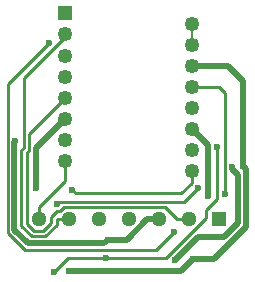
<source format=gbr>
%TF.GenerationSoftware,KiCad,Pcbnew,8.0.7*%
%TF.CreationDate,2025-02-24T15:42:19+09:00*%
%TF.ProjectId,pmw3610_breakout,706d7733-3631-4305-9f62-7265616b6f75,rev?*%
%TF.SameCoordinates,Original*%
%TF.FileFunction,Copper,L1,Top*%
%TF.FilePolarity,Positive*%
%FSLAX46Y46*%
G04 Gerber Fmt 4.6, Leading zero omitted, Abs format (unit mm)*
G04 Created by KiCad (PCBNEW 8.0.7) date 2025-02-24 15:42:19*
%MOMM*%
%LPD*%
G01*
G04 APERTURE LIST*
G04 Aperture macros list*
%AMRoundRect*
0 Rectangle with rounded corners*
0 $1 Rounding radius*
0 $2 $3 $4 $5 $6 $7 $8 $9 X,Y pos of 4 corners*
0 Add a 4 corners polygon primitive as box body*
4,1,4,$2,$3,$4,$5,$6,$7,$8,$9,$2,$3,0*
0 Add four circle primitives for the rounded corners*
1,1,$1+$1,$2,$3*
1,1,$1+$1,$4,$5*
1,1,$1+$1,$6,$7*
1,1,$1+$1,$8,$9*
0 Add four rect primitives between the rounded corners*
20,1,$1+$1,$2,$3,$4,$5,0*
20,1,$1+$1,$4,$5,$6,$7,0*
20,1,$1+$1,$6,$7,$8,$9,0*
20,1,$1+$1,$8,$9,$2,$3,0*%
G04 Aperture macros list end*
%TA.AperFunction,ComponentPad*%
%ADD10RoundRect,0.187500X-0.437500X0.437500X-0.437500X-0.437500X0.437500X-0.437500X0.437500X0.437500X0*%
%TD*%
%TA.AperFunction,ComponentPad*%
%ADD11O,1.250000X1.250000*%
%TD*%
%TA.AperFunction,ComponentPad*%
%ADD12R,1.300000X1.300000*%
%TD*%
%TA.AperFunction,ComponentPad*%
%ADD13O,1.300000X1.300000*%
%TD*%
%TA.AperFunction,ViaPad*%
%ADD14C,0.600000*%
%TD*%
%TA.AperFunction,Conductor*%
%ADD15C,0.500000*%
%TD*%
%TA.AperFunction,Conductor*%
%ADD16C,0.250000*%
%TD*%
%TA.AperFunction,Conductor*%
%ADD17C,0.200000*%
%TD*%
G04 APERTURE END LIST*
D10*
%TO.P,U2,1,+VCSEL*%
%TO.N,Net-(U2-+VCSEL)*%
X130650000Y-81100000D03*
D11*
%TO.P,U2,2,SDIO*%
%TO.N,SDIO*%
X130650000Y-82880000D03*
%TO.P,U2,3,SCLK*%
%TO.N,SCLK*%
X130650000Y-84660000D03*
%TO.P,U2,4,NC*%
%TO.N,unconnected-(U2-NC-Pad4)*%
X130650000Y-86440000D03*
%TO.P,U2,5,NCS*%
%TO.N,NCS*%
X130650000Y-88220000D03*
%TO.P,U2,6,VDDIO*%
%TO.N,VCC*%
X130650000Y-90000000D03*
%TO.P,U2,7,NRESET*%
%TO.N,Net-(U2-NRESET)*%
X130650000Y-91780000D03*
%TO.P,U2,8,MOTION*%
%TO.N,MOTION*%
X130650000Y-93560000D03*
%TO.P,U2,9,VCP*%
%TO.N,Net-(U2-VCP)*%
X141350000Y-94450000D03*
%TO.P,U2,10,PASS_T*%
%TO.N,Net-(U2-+VCSEL)*%
X141350000Y-92670000D03*
%TO.P,U2,11,GND*%
%TO.N,GND*%
X141350000Y-90890000D03*
%TO.P,U2,12,CP*%
%TO.N,Net-(U2-CP)*%
X141350000Y-89110000D03*
%TO.P,U2,13,CN*%
%TO.N,Net-(U2-CN)*%
X141350000Y-87330000D03*
%TO.P,U2,14,VDD*%
%TO.N,+1V9*%
X141350000Y-85550000D03*
%TO.P,U2,15,XYLASER*%
%TO.N,Net-(U2--VCSEL)*%
X141350000Y-83770000D03*
%TO.P,U2,16,-VCSEL*%
X141350000Y-81990000D03*
%TD*%
D12*
%TO.P,J1,1,Pin_1*%
%TO.N,SCLK*%
X143620000Y-98500000D03*
D13*
%TO.P,J1,2,Pin_2*%
%TO.N,NCS*%
X141080000Y-98500000D03*
%TO.P,J1,3,Pin_3*%
%TO.N,GND*%
X138540000Y-98500000D03*
%TO.P,J1,4,Pin_4*%
%TO.N,VCC*%
X136000000Y-98500000D03*
%TO.P,J1,5,Pin_5*%
%TO.N,N/C*%
X133460000Y-98500000D03*
%TO.P,J1,6,Pin_6*%
%TO.N,SDIO*%
X130920000Y-98500000D03*
%TO.P,J1,7,Pin_6*%
%TO.N,MOTION*%
X128380000Y-98500000D03*
%TD*%
D14*
%TO.N,VCC*%
X139897300Y-102005500D03*
X143571500Y-99996600D03*
X144786300Y-94126600D03*
X128165200Y-95839900D03*
%TO.N,GND*%
X134225700Y-100246100D03*
X126416900Y-91894700D03*
X142725100Y-96595900D03*
%TO.N,+1V9*%
X145681100Y-94000000D03*
X130935400Y-102884900D03*
X141444700Y-101864200D03*
%TO.N,Net-(U2-+VCSEL)*%
X143492800Y-92441900D03*
X134112300Y-101787300D03*
X129686600Y-102965600D03*
%TO.N,Net-(U2-CP)*%
X129928300Y-97201600D03*
X141882400Y-95840600D03*
%TO.N,Net-(U2-CN)*%
X144153500Y-96412300D03*
%TO.N,Net-(U2-VCP)*%
X131224900Y-96031200D03*
%TO.N,SCLK*%
X139884000Y-99625400D03*
X129248700Y-83567000D03*
%TD*%
D15*
%TO.N,VCC*%
X145227500Y-94751300D02*
X144786300Y-94310100D01*
X128165300Y-92484700D02*
X128165300Y-95839900D01*
X128165300Y-95839900D02*
X128165200Y-95839900D01*
X144786300Y-94310100D02*
X144786300Y-94126600D01*
X139897300Y-102005500D02*
X141906200Y-99996600D01*
X130650000Y-90000000D02*
X128165300Y-92484700D01*
X141906200Y-99996600D02*
X143571500Y-99996600D01*
X143571500Y-99996600D02*
X144111600Y-99996600D01*
X144111600Y-99996600D02*
X145227500Y-98880700D01*
X145227500Y-98880700D02*
X145227500Y-94751300D01*
%TO.N,GND*%
X135832200Y-100246100D02*
X134225700Y-100246100D01*
X137578300Y-98500000D02*
X135832200Y-100246100D01*
X127504500Y-100565500D02*
X126333800Y-99394800D01*
X142725100Y-92265100D02*
X142725100Y-96595900D01*
X126333800Y-91977800D02*
X126416900Y-91894700D01*
X126333800Y-99394800D02*
X126333800Y-91977800D01*
X138540000Y-98500000D02*
X137578300Y-98500000D01*
X134225700Y-100246100D02*
X133906300Y-100565500D01*
X133906300Y-100565500D02*
X127504500Y-100565500D01*
X141350000Y-90890000D02*
X142725100Y-92265100D01*
%TO.N,+1V9*%
X145963100Y-99137500D02*
X145963100Y-94282000D01*
X141350000Y-85550000D02*
X144380000Y-85550000D01*
X145681100Y-86851100D02*
X145681100Y-94000000D01*
X145963100Y-94282000D02*
X145681100Y-94000000D01*
X130935400Y-102884900D02*
X140424000Y-102884900D01*
X140424000Y-102884900D02*
X141444700Y-101864200D01*
X143236400Y-101864200D02*
X145963100Y-99137500D01*
X144380000Y-85550000D02*
X145681100Y-86851100D01*
X141444700Y-101864200D02*
X143236400Y-101864200D01*
D16*
%TO.N,Net-(U2-+VCSEL)*%
X134112300Y-101787300D02*
X139174000Y-101787300D01*
X134112300Y-101787400D02*
X134112300Y-101787300D01*
X130864800Y-101787400D02*
X134112300Y-101787400D01*
X143492800Y-96811700D02*
X143492800Y-92441900D01*
X142550300Y-98411000D02*
X142550300Y-97754200D01*
X139174000Y-101787300D02*
X142550300Y-98411000D01*
X129686600Y-102965600D02*
X130864800Y-101787400D01*
X142550300Y-97754200D02*
X143492800Y-96811700D01*
%TO.N,Net-(U2-CP)*%
X130084700Y-97045200D02*
X140677800Y-97045200D01*
X129928300Y-97201600D02*
X130084700Y-97045200D01*
X140677800Y-97045200D02*
X141882400Y-95840600D01*
%TO.N,Net-(U2-CN)*%
X141350000Y-87330000D02*
X143690000Y-87330000D01*
X144153500Y-87793500D02*
X144153500Y-96412300D01*
X143690000Y-87330000D02*
X144153500Y-87793500D01*
%TO.N,Net-(U2-VCP)*%
X141350000Y-94450000D02*
X141350000Y-95453900D01*
X141350000Y-95453900D02*
X140466500Y-96337400D01*
X131531100Y-96337400D02*
X131224900Y-96031200D01*
X140466500Y-96337400D02*
X131531100Y-96337400D01*
D17*
%TO.N,Net-(U2--VCSEL)*%
X141350000Y-81990000D02*
X141350000Y-83770000D01*
D16*
%TO.N,MOTION*%
X130650000Y-93560000D02*
X130650000Y-95253300D01*
X128380000Y-98500000D02*
X128380000Y-97523300D01*
X130650000Y-95253300D02*
X128380000Y-97523300D01*
%TO.N,SCLK*%
X125757100Y-87058600D02*
X129248700Y-83567000D01*
X125757100Y-99671000D02*
X125757100Y-87058600D01*
X127237500Y-101151400D02*
X125757100Y-99671000D01*
X138358000Y-101151400D02*
X127237500Y-101151400D01*
X139884000Y-99625400D02*
X138358000Y-101151400D01*
%TO.N,SDIO*%
X126919300Y-92680800D02*
X127132600Y-92467500D01*
X127795000Y-99981700D02*
X126919300Y-99106000D01*
X126919300Y-99106000D02*
X126919300Y-92680800D01*
X127132600Y-86582700D02*
X130650000Y-83065300D01*
X130650000Y-83065300D02*
X130650000Y-82880000D01*
X127132600Y-92467500D02*
X127132600Y-86582700D01*
X129943300Y-98500000D02*
X129943300Y-98988300D01*
X130920000Y-98500000D02*
X129943300Y-98500000D01*
X128949900Y-99981700D02*
X127795000Y-99981700D01*
X129943300Y-98988300D02*
X128949900Y-99981700D01*
%TO.N,NCS*%
X129470000Y-98807800D02*
X129470000Y-98311400D01*
X130187900Y-97828300D02*
X130519300Y-97496900D01*
X127584300Y-92691500D02*
X127401400Y-92874400D01*
X128017200Y-99528500D02*
X128749300Y-99528500D01*
X127401400Y-92874400D02*
X127401400Y-98912700D01*
X130650000Y-88220000D02*
X127584300Y-91285700D01*
X127401400Y-98912700D02*
X128017200Y-99528500D01*
X139100200Y-97496900D02*
X140103300Y-98500000D01*
X141080000Y-98500000D02*
X140103300Y-98500000D01*
X130519300Y-97496900D02*
X139100200Y-97496900D01*
X129470000Y-98311400D02*
X129953100Y-97828300D01*
X128749300Y-99528500D02*
X129470000Y-98807800D01*
X127584300Y-91285700D02*
X127584300Y-92691500D01*
X129953100Y-97828300D02*
X130187900Y-97828300D01*
%TD*%
M02*

</source>
